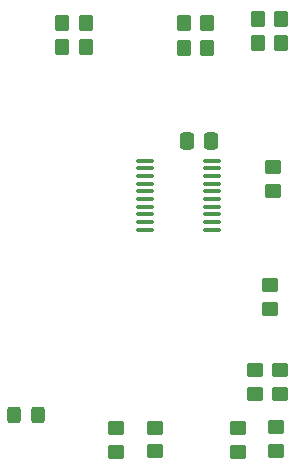
<source format=gtp>
G04 #@! TF.GenerationSoftware,KiCad,Pcbnew,(6.0.6)*
G04 #@! TF.CreationDate,2022-08-29T16:13:27+02:00*
G04 #@! TF.ProjectId,adc-fiber-interface-board-six-channels,6164632d-6669-4626-9572-2d696e746572,rev?*
G04 #@! TF.SameCoordinates,Original*
G04 #@! TF.FileFunction,Paste,Top*
G04 #@! TF.FilePolarity,Positive*
%FSLAX46Y46*%
G04 Gerber Fmt 4.6, Leading zero omitted, Abs format (unit mm)*
G04 Created by KiCad (PCBNEW (6.0.6)) date 2022-08-29 16:13:27*
%MOMM*%
%LPD*%
G01*
G04 APERTURE LIST*
G04 Aperture macros list*
%AMRoundRect*
0 Rectangle with rounded corners*
0 $1 Rounding radius*
0 $2 $3 $4 $5 $6 $7 $8 $9 X,Y pos of 4 corners*
0 Add a 4 corners polygon primitive as box body*
4,1,4,$2,$3,$4,$5,$6,$7,$8,$9,$2,$3,0*
0 Add four circle primitives for the rounded corners*
1,1,$1+$1,$2,$3*
1,1,$1+$1,$4,$5*
1,1,$1+$1,$6,$7*
1,1,$1+$1,$8,$9*
0 Add four rect primitives between the rounded corners*
20,1,$1+$1,$2,$3,$4,$5,0*
20,1,$1+$1,$4,$5,$6,$7,0*
20,1,$1+$1,$6,$7,$8,$9,0*
20,1,$1+$1,$8,$9,$2,$3,0*%
G04 Aperture macros list end*
%ADD10RoundRect,0.250000X-0.337500X-0.475000X0.337500X-0.475000X0.337500X0.475000X-0.337500X0.475000X0*%
%ADD11RoundRect,0.250000X0.350000X0.450000X-0.350000X0.450000X-0.350000X-0.450000X0.350000X-0.450000X0*%
%ADD12RoundRect,0.100000X-0.637500X-0.100000X0.637500X-0.100000X0.637500X0.100000X-0.637500X0.100000X0*%
%ADD13RoundRect,0.250000X-0.325000X-0.450000X0.325000X-0.450000X0.325000X0.450000X-0.325000X0.450000X0*%
%ADD14RoundRect,0.250000X0.450000X-0.350000X0.450000X0.350000X-0.450000X0.350000X-0.450000X-0.350000X0*%
%ADD15RoundRect,0.250000X-0.450000X0.350000X-0.450000X-0.350000X0.450000X-0.350000X0.450000X0.350000X0*%
G04 APERTURE END LIST*
D10*
X113487200Y-53441600D03*
X115562200Y-53441600D03*
D11*
X104952800Y-43408600D03*
X102952800Y-43408600D03*
X121481600Y-43129200D03*
X119481600Y-43129200D03*
D12*
X109913500Y-55088600D03*
X109913500Y-55738600D03*
X109913500Y-56388600D03*
X109913500Y-57038600D03*
X109913500Y-57688600D03*
X109913500Y-58338600D03*
X109913500Y-58988600D03*
X109913500Y-59638600D03*
X109913500Y-60288600D03*
X109913500Y-60938600D03*
X115638500Y-60938600D03*
X115638500Y-60288600D03*
X115638500Y-59638600D03*
X115638500Y-58988600D03*
X115638500Y-58338600D03*
X115638500Y-57688600D03*
X115638500Y-57038600D03*
X115638500Y-56388600D03*
X115638500Y-55738600D03*
X115638500Y-55088600D03*
D11*
X121497600Y-45161200D03*
X119497600Y-45161200D03*
X115218300Y-43434000D03*
X113218300Y-43434000D03*
D13*
X98847800Y-76606400D03*
X100897800Y-76606400D03*
D14*
X121031000Y-79663800D03*
X121031000Y-77663800D03*
D11*
X115218300Y-45516800D03*
X113218300Y-45516800D03*
X104952800Y-45466000D03*
X102952800Y-45466000D03*
D15*
X120829200Y-55650600D03*
X120829200Y-57650600D03*
X117867500Y-77724000D03*
X117867500Y-79724000D03*
D14*
X121361200Y-74837800D03*
X121361200Y-72837800D03*
X110794800Y-79689200D03*
X110794800Y-77689200D03*
D15*
X120549800Y-65642200D03*
X120549800Y-67642200D03*
X107492800Y-77724000D03*
X107492800Y-79724000D03*
D14*
X119253000Y-74837800D03*
X119253000Y-72837800D03*
M02*

</source>
